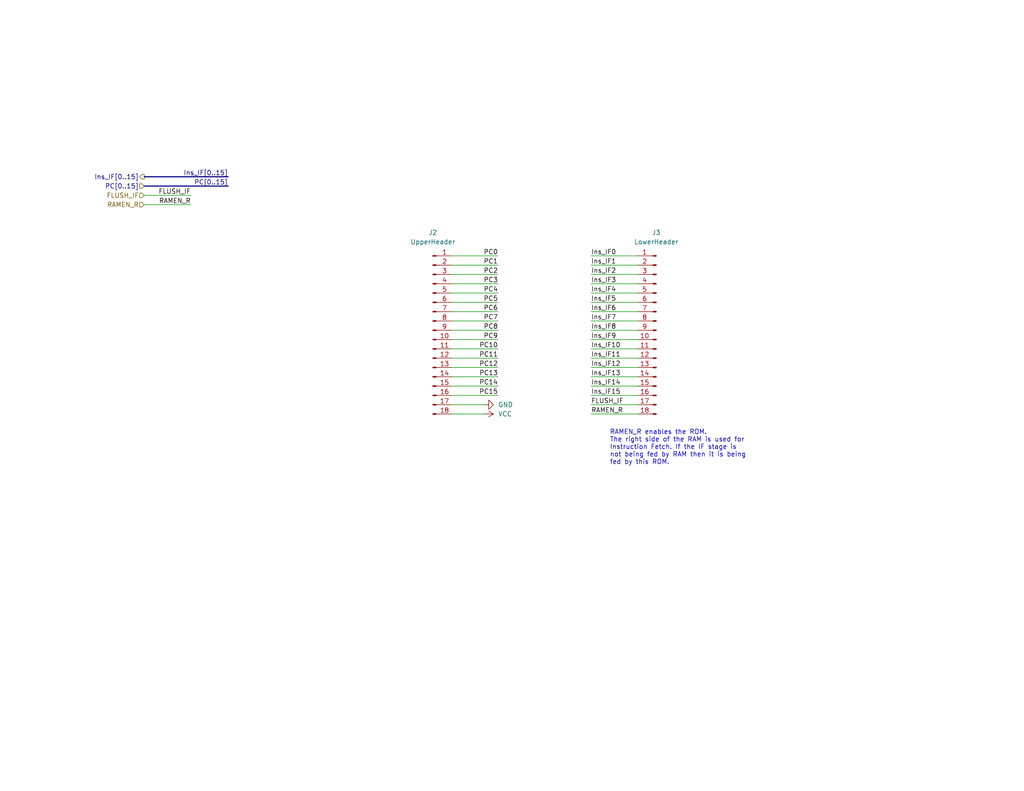
<source format=kicad_sch>
(kicad_sch (version 20250114) (generator "eeschema") (generator_version "9.0")
  (paper "USLetter")
  (title_block (date "2025-07-01") (rev "A"))
  (lib_symbols
    (symbol "Connector:Conn_01x18_Pin" (pin_names (offset 1.016) (hide yes))
      (property "Reference" "J" (at 0 22.86 0))
      (property "Value" "Conn_01x18_Pin" (at 0 -25.4 0))
      (symbol "Conn_01x18_Pin_1_1"
        (rectangle (start 0.8636 20.447) (end 0 20.193) (stroke (width 0.1524)) (fill (type outline)))
        (rectangle (start 0.8636 17.907) (end 0 17.653) (stroke (width 0.1524)) (fill (type outline)))
        (rectangle (start 0.8636 15.367) (end 0 15.113) (stroke (width 0.1524)) (fill (type outline)))
        (rectangle (start 0.8636 12.827) (end 0 12.573) (stroke (width 0.1524)) (fill (type outline)))
        (rectangle (start 0.8636 10.287) (end 0 10.033) (stroke (width 0.1524)) (fill (type outline)))
        (rectangle (start 0.8636 7.747) (end 0 7.493) (stroke (width 0.1524)) (fill (type outline)))
        (rectangle (start 0.8636 5.207) (end 0 4.953) (stroke (width 0.1524)) (fill (type outline)))
        (rectangle (start 0.8636 2.667) (end 0 2.413) (stroke (width 0.1524)) (fill (type outline)))
        (rectangle (start 0.8636 0.127) (end 0 -0.127) (stroke (width 0.1524)) (fill (type outline)))
        (rectangle (start 0.8636 -2.413) (end 0 -2.667) (stroke (width 0.1524)) (fill (type outline)))
        (rectangle (start 0.8636 -4.953) (end 0 -5.207) (stroke (width 0.1524)) (fill (type outline)))
        (rectangle (start 0.8636 -7.493) (end 0 -7.747) (stroke (width 0.1524)) (fill (type outline)))
        (rectangle (start 0.8636 -10.033) (end 0 -10.287) (stroke (width 0.1524)) (fill (type outline)))
        (rectangle (start 0.8636 -12.573) (end 0 -12.827) (stroke (width 0.1524)) (fill (type outline)))
        (rectangle (start 0.8636 -15.113) (end 0 -15.367) (stroke (width 0.1524)) (fill (type outline)))
        (rectangle (start 0.8636 -17.653) (end 0 -17.907) (stroke (width 0.1524)) (fill (type outline)))
        (rectangle (start 0.8636 -20.193) (end 0 -20.447) (stroke (width 0.1524)) (fill (type outline)))
        (rectangle (start 0.8636 -22.733) (end 0 -22.987) (stroke (width 0.1524)) (fill (type outline)))
        (polyline (pts (xy 1.27 20.32) (xy 0.8636 20.32)) (stroke (width 0.1524)))
        (polyline (pts (xy 1.27 17.78) (xy 0.8636 17.78)) (stroke (width 0.1524)))
        (polyline (pts (xy 1.27 15.24) (xy 0.8636 15.24)) (stroke (width 0.1524)))
        (polyline (pts (xy 1.27 12.7) (xy 0.8636 12.7)) (stroke (width 0.1524)))
        (polyline (pts (xy 1.27 10.16) (xy 0.8636 10.16)) (stroke (width 0.1524)))
        (polyline (pts (xy 1.27 7.62) (xy 0.8636 7.62)) (stroke (width 0.1524)))
        (polyline (pts (xy 1.27 5.08) (xy 0.8636 5.08)) (stroke (width 0.1524)))
        (polyline (pts (xy 1.27 2.54) (xy 0.8636 2.54)) (stroke (width 0.1524)))
        (polyline (pts (xy 1.27 0) (xy 0.8636 0)) (stroke (width 0.1524)))
        (polyline (pts (xy 1.27 -2.54) (xy 0.8636 -2.54)) (stroke (width 0.1524)))
        (polyline (pts (xy 1.27 -5.08) (xy 0.8636 -5.08)) (stroke (width 0.1524)))
        (polyline (pts (xy 1.27 -7.62) (xy 0.8636 -7.62)) (stroke (width 0.1524)))
        (polyline (pts (xy 1.27 -10.16) (xy 0.8636 -10.16)) (stroke (width 0.1524)))
        (polyline (pts (xy 1.27 -12.7) (xy 0.8636 -12.7)) (stroke (width 0.1524)))
        (polyline (pts (xy 1.27 -15.24) (xy 0.8636 -15.24)) (stroke (width 0.1524)))
        (polyline (pts (xy 1.27 -17.78) (xy 0.8636 -17.78)) (stroke (width 0.1524)))
        (polyline (pts (xy 1.27 -20.32) (xy 0.8636 -20.32)) (stroke (width 0.1524)))
        (polyline (pts (xy 1.27 -22.86) (xy 0.8636 -22.86)) (stroke (width 0.1524)))
        (pin passive line (at 5.08 20.32 180) (length 3.81) (name "Pin_1") (number "1"))
        (pin passive line (at 5.08 17.78 180) (length 3.81) (name "Pin_2") (number "2"))
        (pin passive line (at 5.08 15.24 180) (length 3.81) (name "Pin_3") (number "3"))
        (pin passive line (at 5.08 12.7 180) (length 3.81) (name "Pin_4") (number "4"))
        (pin passive line (at 5.08 10.16 180) (length 3.81) (name "Pin_5") (number "5"))
        (pin passive line (at 5.08 7.62 180) (length 3.81) (name "Pin_6") (number "6"))
        (pin passive line (at 5.08 5.08 180) (length 3.81) (name "Pin_7") (number "7"))
        (pin passive line (at 5.08 2.54 180) (length 3.81) (name "Pin_8") (number "8"))
        (pin passive line (at 5.08 0 180) (length 3.81) (name "Pin_9") (number "9"))
        (pin passive line (at 5.08 -2.54 180) (length 3.81) (name "Pin_10") (number "10"))
        (pin passive line (at 5.08 -5.08 180) (length 3.81) (name "Pin_11") (number "11"))
        (pin passive line (at 5.08 -7.62 180) (length 3.81) (name "Pin_12") (number "12"))
        (pin passive line (at 5.08 -10.16 180) (length 3.81) (name "Pin_13") (number "13"))
        (pin passive line (at 5.08 -12.7 180) (length 3.81) (name "Pin_14") (number "14"))
        (pin passive line (at 5.08 -15.24 180) (length 3.81) (name "Pin_15") (number "15"))
        (pin passive line (at 5.08 -17.78 180) (length 3.81) (name "Pin_16") (number "16"))
        (pin passive line (at 5.08 -20.32 180) (length 3.81) (name "Pin_17") (number "17"))
        (pin passive line (at 5.08 -22.86 180) (length 3.81) (name "Pin_18") (number "18"))
      )
    )
    (symbol "power:GND" (power) (pin_numbers (hide yes)) (pin_names (offset 0) (hide yes))
      (property "Value" "GND" (at 0 -3.81 0))
      (symbol "GND_0_1"
        (polyline (pts (xy 0 0) (xy 0 -1.27) (xy 1.27 -1.27) (xy 0 -2.54) (xy -1.27 -1.27) (xy 0 -1.27)))
      )
      (symbol "GND_1_1"
        (pin power_in line (at 0 0 270) (length 0) (name "~") (number "1"))
      )
    )
    (symbol "power:VCC" (power) (pin_numbers (hide yes)) (pin_names (offset 0) (hide yes))
      (property "Value" "VCC" (at 0 3.556 0))
      (symbol "VCC_0_1"
        (polyline (pts (xy -0.762 1.27) (xy 0 2.54)))
        (polyline (pts (xy 0 2.54) (xy 0.762 1.27)))
        (polyline (pts (xy 0 0) (xy 0 2.54)))
      )
      (symbol "VCC_1_1"
        (pin power_in line (at 0 0 90) (length 0) (name "~") (number "1"))
      )
    )
  )
  (text "RAMEN_R enables the ROM.\nThe right side of the RAM is used for\nInstruction Fetch. If the IF stage is\nnot being fed by RAM then it is being\nfed by this ROM." (at 166.37 127 0) (effects (font (size 1.27 1.27)) (justify left bottom)))
  (wire (pts (xy 135.89 77.47) (xy 123.19 77.47)))
  (wire (pts (xy 161.29 69.85) (xy 173.99 69.85)))
  (wire (pts (xy 161.29 72.39) (xy 173.99 72.39)))
  (wire (pts (xy 161.29 74.93) (xy 173.99 74.93)))
  (wire (pts (xy 161.29 107.95) (xy 173.99 107.95)))
  (wire (pts (xy 161.29 110.49) (xy 173.99 110.49)))
  (wire (pts (xy 161.29 77.47) (xy 173.99 77.47)))
  (wire (pts (xy 135.89 92.71) (xy 123.19 92.71)))
  (wire (pts (xy 161.29 105.41) (xy 173.99 105.41)))
  (wire (pts (xy 135.89 72.39) (xy 123.19 72.39)))
  (wire (pts (xy 161.29 80.01) (xy 173.99 80.01)))
  (wire (pts (xy 135.89 80.01) (xy 123.19 80.01)))
  (wire (pts (xy 161.29 95.25) (xy 173.99 95.25)))
  (wire (pts (xy 135.89 105.41) (xy 123.19 105.41)))
  (bus (pts (xy 39.37 50.8) (xy 62.23 50.8)))
  (wire (pts (xy 161.29 92.71) (xy 173.99 92.71)))
  (wire (pts (xy 52.07 53.34) (xy 39.37 53.34)))
  (wire (pts (xy 161.29 113.03) (xy 173.99 113.03)))
  (wire (pts (xy 135.89 100.33) (xy 123.19 100.33)))
  (bus (pts (xy 39.37 48.26) (xy 62.23 48.26)))
  (wire (pts (xy 161.29 100.33) (xy 173.99 100.33)))
  (wire (pts (xy 135.89 74.93) (xy 123.19 74.93)))
  (wire (pts (xy 123.19 113.03) (xy 132.08 113.03)))
  (wire (pts (xy 135.89 102.87) (xy 123.19 102.87)))
  (wire (pts (xy 161.29 85.09) (xy 173.99 85.09)))
  (wire (pts (xy 161.29 102.87) (xy 173.99 102.87)))
  (wire (pts (xy 123.19 110.49) (xy 132.08 110.49)))
  (wire (pts (xy 135.89 82.55) (xy 123.19 82.55)))
  (wire (pts (xy 135.89 69.85) (xy 123.19 69.85)))
  (wire (pts (xy 52.07 55.88) (xy 39.37 55.88)))
  (wire (pts (xy 135.89 97.79) (xy 123.19 97.79)))
  (wire (pts (xy 135.89 95.25) (xy 123.19 95.25)))
  (wire (pts (xy 161.29 87.63) (xy 173.99 87.63)))
  (wire (pts (xy 135.89 85.09) (xy 123.19 85.09)))
  (wire (pts (xy 161.29 82.55) (xy 173.99 82.55)))
  (wire (pts (xy 161.29 90.17) (xy 173.99 90.17)))
  (wire (pts (xy 161.29 97.79) (xy 173.99 97.79)))
  (wire (pts (xy 135.89 107.95) (xy 123.19 107.95)))
  (wire (pts (xy 135.89 87.63) (xy 123.19 87.63)))
  (wire (pts (xy 135.89 90.17) (xy 123.19 90.17)))
  (label "PC1" (at 135.89 72.39 180))
  (label "PC12" (at 135.89 100.33 180))
  (label "Ins_IF11" (at 161.29 97.79 0))
  (label "PC9" (at 135.89 92.71 180))
  (label "PC2" (at 135.89 74.93 180))
  (label "PC[0..15]" (at 62.23 50.8 180))
  (label "Ins_IF5" (at 161.29 82.55 0))
  (label "PC7" (at 135.89 87.63 180))
  (label "PC4" (at 135.89 80.01 180))
  (label "Ins_IF[0..15]" (at 62.23 48.26 180))
  (label "RAMEN_R" (at 52.07 55.88 180))
  (label "Ins_IF14" (at 161.29 105.41 0))
  (label "FLUSH_IF" (at 52.07 53.34 180))
  (label "PC3" (at 135.89 77.47 180))
  (label "Ins_IF13" (at 161.29 102.87 0))
  (label "FLUSH_IF" (at 161.29 110.49 0))
  (label "PC8" (at 135.89 90.17 180))
  (label "PC14" (at 135.89 105.41 180))
  (label "PC13" (at 135.89 102.87 180))
  (label "Ins_IF6" (at 161.29 85.09 0))
  (label "Ins_IF1" (at 161.29 72.39 0))
  (label "PC6" (at 135.89 85.09 180))
  (label "Ins_IF7" (at 161.29 87.63 0))
  (label "Ins_IF0" (at 161.29 69.85 0))
  (label "Ins_IF8" (at 161.29 90.17 0))
  (label "RAMEN_R" (at 161.29 113.03 0))
  (label "Ins_IF9" (at 161.29 92.71 0))
  (label "PC10" (at 135.89 95.25 180))
  (label "PC11" (at 135.89 97.79 180))
  (label "PC5" (at 135.89 82.55 180))
  (label "Ins_IF3" (at 161.29 77.47 0))
  (label "Ins_IF15" (at 161.29 107.95 0))
  (label "Ins_IF2" (at 161.29 74.93 0))
  (label "PC15" (at 135.89 107.95 180))
  (label "Ins_IF4" (at 161.29 80.01 0))
  (label "Ins_IF12" (at 161.29 100.33 0))
  (label "Ins_IF10" (at 161.29 95.25 0))
  (label "PC0" (at 135.89 69.85 180))
  (hierarchical_label "RAMEN_R" (shape input) (at 39.37 55.88 180))
  (hierarchical_label "Ins_IF[0..15]" (shape output) (at 39.37 48.26 180))
  (hierarchical_label "PC[0..15]" (shape input) (at 39.37 50.8 180))
  (hierarchical_label "FLUSH_IF" (shape input) (at 39.37 53.34 180))
  (symbol (lib_id "Connector:Conn_01x18_Pin") (at 118.11 90.17 0) (unit 1)
    (property "Reference" "J2" (at 118.11 63.5 0))
    (property "Value" "UpperHeader" (at 118.11 66.04 0))
    (property "Footprint" "Connector_PinHeader_2.54mm:PinHeader_1x18_P2.54mm_Vertical" (effects (hide yes)))
    (instances (project "MEMModule" (path "" (reference "J2") (unit 1))) (project "MainBoard" (path "" (reference "J?") (unit 1))))
  )
  (symbol (lib_id "power:GND") (at 132.08 110.49 90) (unit 1)
    (property "Reference" "#PWR010" (effects (hide yes)))
    (property "Value" "GND" (at 135.89 110.49 90) (effects (justify right)))
    (property "Description" "Power symbol creates a global label with name \"GND\" , ground" (effects (hide yes)))
    (instances (project "MEMModule" (path "" (reference "#PWR010") (unit 1))) (project "MainBoard" (path "" (reference "#PWR?") (unit 1))))
  )
  (symbol (lib_id "Connector:Conn_01x18_Pin") (at 179.07 90.17 0) (mirror y) (unit 1)
    (property "Reference" "J3" (at 179.07 63.5 0))
    (property "Value" "LowerHeader" (at 179.07 66.04 0))
    (property "Footprint" "Connector_PinHeader_2.54mm:PinHeader_1x18_P2.54mm_Vertical" (effects (hide yes)))
    (instances (project "MEMModule" (path "" (reference "J3") (unit 1))) (project "MainBoard" (path "" (reference "J?") (unit 1))))
  )
  (symbol (lib_id "power:VCC") (at 132.08 113.03 270) (unit 1)
    (property "Reference" "#PWR011" (effects (hide yes)))
    (property "Value" "VCC" (at 135.89 113.03 90) (effects (justify left)))
    (property "Description" "Power symbol creates a global label with name \"VCC\"" (effects (hide yes)))
    (instances (project "MEMModule" (path "" (reference "#PWR011") (unit 1))) (project "MainBoard" (path "" (reference "#PWR?") (unit 1))))
  )
)
</source>
